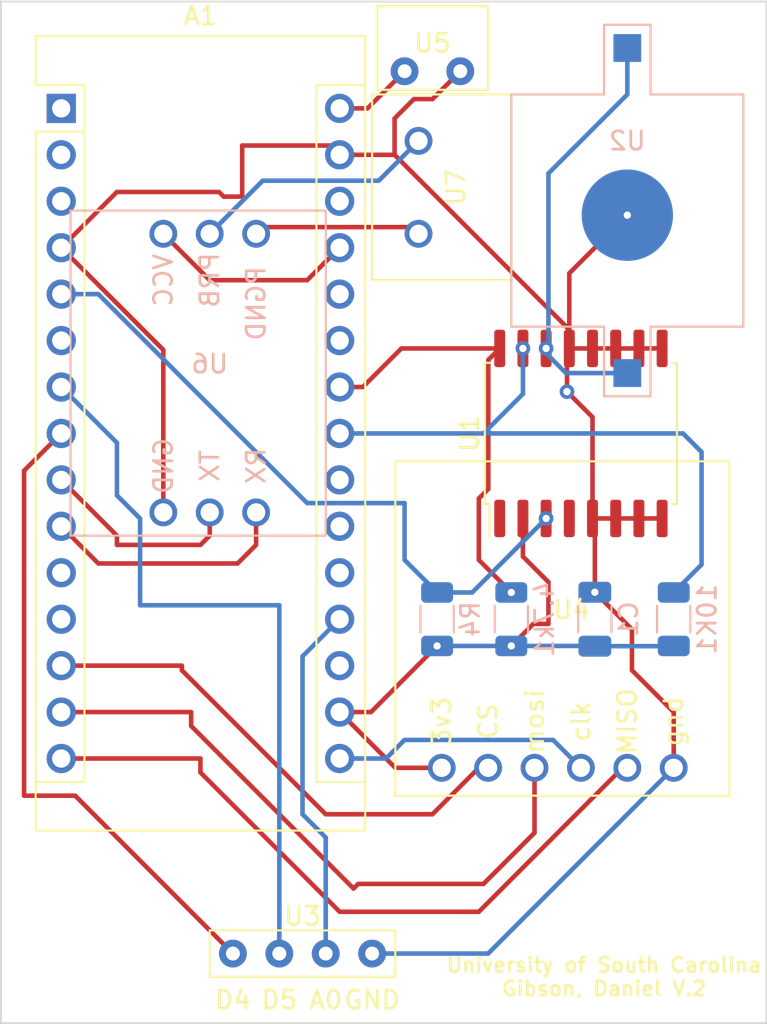
<source format=kicad_pcb>
(kicad_pcb (version 20171130) (host pcbnew "(5.1.10)-1")

  (general
    (thickness 1.6)
    (drawings 7)
    (tracks 149)
    (zones 0)
    (modules 12)
    (nets 35)
  )

  (page A4)
  (layers
    (0 F.Cu signal)
    (31 B.Cu signal)
    (32 B.Adhes user)
    (33 F.Adhes user)
    (34 B.Paste user)
    (35 F.Paste user)
    (36 B.SilkS user)
    (37 F.SilkS user)
    (38 B.Mask user)
    (39 F.Mask user)
    (40 Dwgs.User user)
    (41 Cmts.User user)
    (42 Eco1.User user)
    (43 Eco2.User user)
    (44 Edge.Cuts user)
    (45 Margin user)
    (46 B.CrtYd user)
    (47 F.CrtYd user)
    (48 B.Fab user)
    (49 F.Fab user)
  )

  (setup
    (last_trace_width 0.25)
    (trace_clearance 0.2)
    (zone_clearance 0.508)
    (zone_45_only no)
    (trace_min 0.2)
    (via_size 0.8)
    (via_drill 0.4)
    (via_min_size 0.4)
    (via_min_drill 0.3)
    (uvia_size 0.3)
    (uvia_drill 0.1)
    (uvias_allowed no)
    (uvia_min_size 0.2)
    (uvia_min_drill 0.1)
    (edge_width 0.1)
    (segment_width 0.2)
    (pcb_text_width 0.3)
    (pcb_text_size 1.5 1.5)
    (mod_edge_width 0.15)
    (mod_text_size 1 1)
    (mod_text_width 0.15)
    (pad_size 1.524 1.524)
    (pad_drill 0.762)
    (pad_to_mask_clearance 0)
    (aux_axis_origin 0 0)
    (visible_elements 7FFFFFFF)
    (pcbplotparams
      (layerselection 0x010fc_ffffffff)
      (usegerberextensions false)
      (usegerberattributes true)
      (usegerberadvancedattributes true)
      (creategerberjobfile true)
      (excludeedgelayer true)
      (linewidth 0.100000)
      (plotframeref false)
      (viasonmask false)
      (mode 1)
      (useauxorigin false)
      (hpglpennumber 1)
      (hpglpenspeed 20)
      (hpglpendiameter 15.000000)
      (psnegative false)
      (psa4output false)
      (plotreference true)
      (plotvalue true)
      (plotinvisibletext false)
      (padsonsilk false)
      (subtractmaskfromsilk false)
      (outputformat 1)
      (mirror false)
      (drillshape 0)
      (scaleselection 1)
      (outputdirectory ""))
  )

  (net 0 "")
  (net 1 "Net-(10K1-Pad2)")
  (net 2 "Net-(10K1-Pad1)")
  (net 3 "Net-(4.7k1-Pad2)")
  (net 4 "Net-(A1-Pad1)")
  (net 5 "Net-(A1-Pad2)")
  (net 6 "Net-(A1-Pad18)")
  (net 7 "Net-(A1-Pad3)")
  (net 8 "Net-(A1-Pad19)")
  (net 9 GND)
  (net 10 "Net-(A1-Pad20)")
  (net 11 "Net-(A1-Pad5)")
  (net 12 "Net-(A1-Pad21)")
  (net 13 "Net-(A1-Pad6)")
  (net 14 "Net-(A1-Pad22)")
  (net 15 "Net-(A1-Pad7)")
  (net 16 "Net-(A1-Pad8)")
  (net 17 "Net-(A1-Pad9)")
  (net 18 "Net-(A1-Pad25)")
  (net 19 "Net-(A1-Pad10)")
  (net 20 "Net-(A1-Pad26)")
  (net 21 "Net-(A1-Pad11)")
  (net 22 "Net-(A1-Pad27)")
  (net 23 "Net-(A1-Pad12)")
  (net 24 "Net-(A1-Pad28)")
  (net 25 "Net-(A1-Pad13)")
  (net 26 "Net-(A1-Pad14)")
  (net 27 "Net-(A1-Pad30)")
  (net 28 "Net-(A1-Pad15)")
  (net 29 "Net-(A1-Pad16)")
  (net 30 "Net-(U1-Pad1)")
  (net 31 "Net-(U1-Pad4)")
  (net 32 "Net-(U1-Pad14)")
  (net 33 "Net-(U6-Pad5)")
  (net 34 "Net-(U6-Pad6)")

  (net_class Default "This is the default net class."
    (clearance 0.2)
    (trace_width 0.25)
    (via_dia 0.8)
    (via_drill 0.4)
    (uvia_dia 0.3)
    (uvia_drill 0.1)
    (add_net GND)
    (add_net "Net-(10K1-Pad1)")
    (add_net "Net-(10K1-Pad2)")
    (add_net "Net-(4.7k1-Pad2)")
    (add_net "Net-(A1-Pad1)")
    (add_net "Net-(A1-Pad10)")
    (add_net "Net-(A1-Pad11)")
    (add_net "Net-(A1-Pad12)")
    (add_net "Net-(A1-Pad13)")
    (add_net "Net-(A1-Pad14)")
    (add_net "Net-(A1-Pad15)")
    (add_net "Net-(A1-Pad16)")
    (add_net "Net-(A1-Pad18)")
    (add_net "Net-(A1-Pad19)")
    (add_net "Net-(A1-Pad2)")
    (add_net "Net-(A1-Pad20)")
    (add_net "Net-(A1-Pad21)")
    (add_net "Net-(A1-Pad22)")
    (add_net "Net-(A1-Pad25)")
    (add_net "Net-(A1-Pad26)")
    (add_net "Net-(A1-Pad27)")
    (add_net "Net-(A1-Pad28)")
    (add_net "Net-(A1-Pad3)")
    (add_net "Net-(A1-Pad30)")
    (add_net "Net-(A1-Pad5)")
    (add_net "Net-(A1-Pad6)")
    (add_net "Net-(A1-Pad7)")
    (add_net "Net-(A1-Pad8)")
    (add_net "Net-(A1-Pad9)")
    (add_net "Net-(U1-Pad1)")
    (add_net "Net-(U1-Pad14)")
    (add_net "Net-(U1-Pad4)")
    (add_net "Net-(U6-Pad5)")
    (add_net "Net-(U6-Pad6)")
  )

  (module Module:Arduino_Nano (layer F.Cu) (tedit 58ACAF70) (tstamp 61675FDF)
    (at 90.932 57.912)
    (descr "Arduino Nano, http://www.mouser.com/pdfdocs/Gravitech_Arduino_Nano3_0.pdf")
    (tags "Arduino Nano")
    (path /611D9AC7)
    (fp_text reference A1 (at 7.62 -5.08) (layer F.SilkS)
      (effects (font (size 1 1) (thickness 0.15)))
    )
    (fp_text value Arduino_Nano_v3.x (at 8.89 19.05 90) (layer F.Fab)
      (effects (font (size 1 1) (thickness 0.15)))
    )
    (fp_line (start 16.75 42.16) (end -1.53 42.16) (layer F.CrtYd) (width 0.05))
    (fp_line (start 16.75 42.16) (end 16.75 -4.06) (layer F.CrtYd) (width 0.05))
    (fp_line (start -1.53 -4.06) (end -1.53 42.16) (layer F.CrtYd) (width 0.05))
    (fp_line (start -1.53 -4.06) (end 16.75 -4.06) (layer F.CrtYd) (width 0.05))
    (fp_line (start 16.51 -3.81) (end 16.51 39.37) (layer F.Fab) (width 0.1))
    (fp_line (start 0 -3.81) (end 16.51 -3.81) (layer F.Fab) (width 0.1))
    (fp_line (start -1.27 -2.54) (end 0 -3.81) (layer F.Fab) (width 0.1))
    (fp_line (start -1.27 39.37) (end -1.27 -2.54) (layer F.Fab) (width 0.1))
    (fp_line (start 16.51 39.37) (end -1.27 39.37) (layer F.Fab) (width 0.1))
    (fp_line (start 16.64 -3.94) (end -1.4 -3.94) (layer F.SilkS) (width 0.12))
    (fp_line (start 16.64 39.5) (end 16.64 -3.94) (layer F.SilkS) (width 0.12))
    (fp_line (start -1.4 39.5) (end 16.64 39.5) (layer F.SilkS) (width 0.12))
    (fp_line (start 3.81 41.91) (end 3.81 31.75) (layer F.Fab) (width 0.1))
    (fp_line (start 11.43 41.91) (end 3.81 41.91) (layer F.Fab) (width 0.1))
    (fp_line (start 11.43 31.75) (end 11.43 41.91) (layer F.Fab) (width 0.1))
    (fp_line (start 3.81 31.75) (end 11.43 31.75) (layer F.Fab) (width 0.1))
    (fp_line (start 1.27 36.83) (end -1.4 36.83) (layer F.SilkS) (width 0.12))
    (fp_line (start 1.27 1.27) (end 1.27 36.83) (layer F.SilkS) (width 0.12))
    (fp_line (start 1.27 1.27) (end -1.4 1.27) (layer F.SilkS) (width 0.12))
    (fp_line (start 13.97 36.83) (end 16.64 36.83) (layer F.SilkS) (width 0.12))
    (fp_line (start 13.97 -1.27) (end 13.97 36.83) (layer F.SilkS) (width 0.12))
    (fp_line (start 13.97 -1.27) (end 16.64 -1.27) (layer F.SilkS) (width 0.12))
    (fp_line (start -1.4 -3.94) (end -1.4 -1.27) (layer F.SilkS) (width 0.12))
    (fp_line (start -1.4 1.27) (end -1.4 39.5) (layer F.SilkS) (width 0.12))
    (fp_line (start 1.27 -1.27) (end -1.4 -1.27) (layer F.SilkS) (width 0.12))
    (fp_line (start 1.27 1.27) (end 1.27 -1.27) (layer F.SilkS) (width 0.12))
    (fp_text user %R (at 6.35 19.05 90) (layer F.Fab)
      (effects (font (size 1 1) (thickness 0.15)))
    )
    (pad 1 thru_hole rect (at 0 0) (size 1.6 1.6) (drill 1) (layers *.Cu *.Mask)
      (net 4 "Net-(A1-Pad1)"))
    (pad 17 thru_hole oval (at 15.24 33.02) (size 1.6 1.6) (drill 1) (layers *.Cu *.Mask)
      (net 2 "Net-(10K1-Pad1)"))
    (pad 2 thru_hole oval (at 0 2.54) (size 1.6 1.6) (drill 1) (layers *.Cu *.Mask)
      (net 5 "Net-(A1-Pad2)"))
    (pad 18 thru_hole oval (at 15.24 30.48) (size 1.6 1.6) (drill 1) (layers *.Cu *.Mask)
      (net 6 "Net-(A1-Pad18)"))
    (pad 3 thru_hole oval (at 0 5.08) (size 1.6 1.6) (drill 1) (layers *.Cu *.Mask)
      (net 7 "Net-(A1-Pad3)"))
    (pad 19 thru_hole oval (at 15.24 27.94) (size 1.6 1.6) (drill 1) (layers *.Cu *.Mask)
      (net 8 "Net-(A1-Pad19)"))
    (pad 4 thru_hole oval (at 0 7.62) (size 1.6 1.6) (drill 1) (layers *.Cu *.Mask)
      (net 9 GND))
    (pad 20 thru_hole oval (at 15.24 25.4) (size 1.6 1.6) (drill 1) (layers *.Cu *.Mask)
      (net 10 "Net-(A1-Pad20)"))
    (pad 5 thru_hole oval (at 0 10.16) (size 1.6 1.6) (drill 1) (layers *.Cu *.Mask)
      (net 11 "Net-(A1-Pad5)"))
    (pad 21 thru_hole oval (at 15.24 22.86) (size 1.6 1.6) (drill 1) (layers *.Cu *.Mask)
      (net 12 "Net-(A1-Pad21)"))
    (pad 6 thru_hole oval (at 0 12.7) (size 1.6 1.6) (drill 1) (layers *.Cu *.Mask)
      (net 13 "Net-(A1-Pad6)"))
    (pad 22 thru_hole oval (at 15.24 20.32) (size 1.6 1.6) (drill 1) (layers *.Cu *.Mask)
      (net 14 "Net-(A1-Pad22)"))
    (pad 7 thru_hole oval (at 0 15.24) (size 1.6 1.6) (drill 1) (layers *.Cu *.Mask)
      (net 15 "Net-(A1-Pad7)"))
    (pad 23 thru_hole oval (at 15.24 17.78) (size 1.6 1.6) (drill 1) (layers *.Cu *.Mask)
      (net 1 "Net-(10K1-Pad2)"))
    (pad 8 thru_hole oval (at 0 17.78) (size 1.6 1.6) (drill 1) (layers *.Cu *.Mask)
      (net 16 "Net-(A1-Pad8)"))
    (pad 24 thru_hole oval (at 15.24 15.24) (size 1.6 1.6) (drill 1) (layers *.Cu *.Mask)
      (net 3 "Net-(4.7k1-Pad2)"))
    (pad 9 thru_hole oval (at 0 20.32) (size 1.6 1.6) (drill 1) (layers *.Cu *.Mask)
      (net 17 "Net-(A1-Pad9)"))
    (pad 25 thru_hole oval (at 15.24 12.7) (size 1.6 1.6) (drill 1) (layers *.Cu *.Mask)
      (net 18 "Net-(A1-Pad25)"))
    (pad 10 thru_hole oval (at 0 22.86) (size 1.6 1.6) (drill 1) (layers *.Cu *.Mask)
      (net 19 "Net-(A1-Pad10)"))
    (pad 26 thru_hole oval (at 15.24 10.16) (size 1.6 1.6) (drill 1) (layers *.Cu *.Mask)
      (net 20 "Net-(A1-Pad26)"))
    (pad 11 thru_hole oval (at 0 25.4) (size 1.6 1.6) (drill 1) (layers *.Cu *.Mask)
      (net 21 "Net-(A1-Pad11)"))
    (pad 27 thru_hole oval (at 15.24 7.62) (size 1.6 1.6) (drill 1) (layers *.Cu *.Mask)
      (net 22 "Net-(A1-Pad27)"))
    (pad 12 thru_hole oval (at 0 27.94) (size 1.6 1.6) (drill 1) (layers *.Cu *.Mask)
      (net 23 "Net-(A1-Pad12)"))
    (pad 28 thru_hole oval (at 15.24 5.08) (size 1.6 1.6) (drill 1) (layers *.Cu *.Mask)
      (net 24 "Net-(A1-Pad28)"))
    (pad 13 thru_hole oval (at 0 30.48) (size 1.6 1.6) (drill 1) (layers *.Cu *.Mask)
      (net 25 "Net-(A1-Pad13)"))
    (pad 29 thru_hole oval (at 15.24 2.54) (size 1.6 1.6) (drill 1) (layers *.Cu *.Mask)
      (net 9 GND))
    (pad 14 thru_hole oval (at 0 33.02) (size 1.6 1.6) (drill 1) (layers *.Cu *.Mask)
      (net 26 "Net-(A1-Pad14)"))
    (pad 30 thru_hole oval (at 15.24 0) (size 1.6 1.6) (drill 1) (layers *.Cu *.Mask)
      (net 27 "Net-(A1-Pad30)"))
    (pad 15 thru_hole oval (at 0 35.56) (size 1.6 1.6) (drill 1) (layers *.Cu *.Mask)
      (net 28 "Net-(A1-Pad15)"))
    (pad 16 thru_hole oval (at 15.24 35.56) (size 1.6 1.6) (drill 1) (layers *.Cu *.Mask)
      (net 29 "Net-(A1-Pad16)"))
    (model ${KISYS3DMOD}/Module.3dshapes/Arduino_Nano_WithMountingHoles.wrl
      (at (xyz 0 0 0))
      (scale (xyz 1 1 1))
      (rotate (xyz 0 0 0))
    )
  )

  (module Water_sensor:CR1025 (layer B.Cu) (tedit 616D9881) (tstamp 616DF210)
    (at 121.92 57.15)
    (path /616763BC)
    (fp_text reference U2 (at 0 2.54) (layer B.SilkS)
      (effects (font (size 1 1) (thickness 0.15)) (justify mirror))
    )
    (fp_text value CR1025 (at 0 3.81) (layer B.Fab)
      (effects (font (size 1 1) (thickness 0.15)) (justify mirror))
    )
    (fp_line (start 1.27 12.7) (end 6.35 12.7) (layer B.SilkS) (width 0.12))
    (fp_line (start -6.35 12.7) (end -1.27 12.7) (layer B.SilkS) (width 0.12))
    (fp_line (start -1.27 16.51) (end -1.27 12.7) (layer B.SilkS) (width 0.12))
    (fp_line (start 1.27 16.51) (end -1.27 16.51) (layer B.SilkS) (width 0.12))
    (fp_line (start 1.27 12.7) (end 1.27 16.51) (layer B.SilkS) (width 0.12))
    (fp_line (start 1.27 0) (end 6.35 0) (layer B.SilkS) (width 0.12))
    (fp_line (start -6.35 0) (end -1.27 0) (layer B.SilkS) (width 0.12))
    (fp_line (start -1.27 -3.81) (end -1.27 0) (layer B.SilkS) (width 0.12))
    (fp_line (start 0 -3.81) (end -1.27 -3.81) (layer B.SilkS) (width 0.12))
    (fp_line (start 1.27 -3.81) (end 1.27 0) (layer B.SilkS) (width 0.12))
    (fp_line (start 0 -3.81) (end 1.27 -3.81) (layer B.SilkS) (width 0.12))
    (fp_line (start 6.35 12.7) (end 6.35 0) (layer B.SilkS) (width 0.12))
    (fp_line (start -6.35 0) (end -6.35 12.7) (layer B.SilkS) (width 0.12))
    (pad 1 smd rect (at 0 15.24) (size 1.524 1.524) (layers B.Cu B.Paste B.Mask)
      (net 32 "Net-(U1-Pad14)"))
    (pad 2 smd rect (at 0 -2.54) (size 1.524 1.524) (layers B.Cu B.Paste B.Mask)
      (net 32 "Net-(U1-Pad14)"))
    (pad 3 smd circle (at 0 6.604) (size 5 5) (layers B.Cu B.Paste B.Mask)
      (net 9 GND))
  )

  (module Resistor_SMD:R_1206_3216Metric (layer B.Cu) (tedit 5F68FEEE) (tstamp 61675F91)
    (at 124.46 85.852 90)
    (descr "Resistor SMD 1206 (3216 Metric), square (rectangular) end terminal, IPC_7351 nominal, (Body size source: IPC-SM-782 page 72, https://www.pcb-3d.com/wordpress/wp-content/uploads/ipc-sm-782a_amendment_1_and_2.pdf), generated with kicad-footprint-generator")
    (tags resistor)
    (path /611F2F92)
    (attr smd)
    (fp_text reference 10K1 (at 0 1.82 270) (layer B.SilkS)
      (effects (font (size 1 1) (thickness 0.15)) (justify mirror))
    )
    (fp_text value R (at 0 -1.82 270) (layer B.Fab)
      (effects (font (size 1 1) (thickness 0.15)) (justify mirror))
    )
    (fp_line (start 2.28 -1.12) (end -2.28 -1.12) (layer B.CrtYd) (width 0.05))
    (fp_line (start 2.28 1.12) (end 2.28 -1.12) (layer B.CrtYd) (width 0.05))
    (fp_line (start -2.28 1.12) (end 2.28 1.12) (layer B.CrtYd) (width 0.05))
    (fp_line (start -2.28 -1.12) (end -2.28 1.12) (layer B.CrtYd) (width 0.05))
    (fp_line (start -0.727064 -0.91) (end 0.727064 -0.91) (layer B.SilkS) (width 0.12))
    (fp_line (start -0.727064 0.91) (end 0.727064 0.91) (layer B.SilkS) (width 0.12))
    (fp_line (start 1.6 -0.8) (end -1.6 -0.8) (layer B.Fab) (width 0.1))
    (fp_line (start 1.6 0.8) (end 1.6 -0.8) (layer B.Fab) (width 0.1))
    (fp_line (start -1.6 0.8) (end 1.6 0.8) (layer B.Fab) (width 0.1))
    (fp_line (start -1.6 -0.8) (end -1.6 0.8) (layer B.Fab) (width 0.1))
    (fp_text user %R (at 0 0 270) (layer B.Fab)
      (effects (font (size 0.8 0.8) (thickness 0.12)) (justify mirror))
    )
    (pad 1 smd roundrect (at -1.4625 0 90) (size 1.125 1.75) (layers B.Cu B.Paste B.Mask) (roundrect_rratio 0.2222204444444444)
      (net 2 "Net-(10K1-Pad1)"))
    (pad 2 smd roundrect (at 1.4625 0 90) (size 1.125 1.75) (layers B.Cu B.Paste B.Mask) (roundrect_rratio 0.2222204444444444)
      (net 1 "Net-(10K1-Pad2)"))
    (model ${KISYS3DMOD}/Resistor_SMD.3dshapes/R_1206_3216Metric.wrl
      (at (xyz 0 0 0))
      (scale (xyz 1 1 1))
      (rotate (xyz 0 0 0))
    )
  )

  (module Resistor_SMD:R_1206_3216Metric (layer B.Cu) (tedit 5F68FEEE) (tstamp 61675FA2)
    (at 115.57 85.852 90)
    (descr "Resistor SMD 1206 (3216 Metric), square (rectangular) end terminal, IPC_7351 nominal, (Body size source: IPC-SM-782 page 72, https://www.pcb-3d.com/wordpress/wp-content/uploads/ipc-sm-782a_amendment_1_and_2.pdf), generated with kicad-footprint-generator")
    (tags resistor)
    (path /611F1A9A)
    (attr smd)
    (fp_text reference 4.7k1 (at 0 1.82 270) (layer B.SilkS)
      (effects (font (size 1 1) (thickness 0.15)) (justify mirror))
    )
    (fp_text value R (at 0 -1.82 270) (layer B.Fab)
      (effects (font (size 1 1) (thickness 0.15)) (justify mirror))
    )
    (fp_line (start 2.28 -1.12) (end -2.28 -1.12) (layer B.CrtYd) (width 0.05))
    (fp_line (start 2.28 1.12) (end 2.28 -1.12) (layer B.CrtYd) (width 0.05))
    (fp_line (start -2.28 1.12) (end 2.28 1.12) (layer B.CrtYd) (width 0.05))
    (fp_line (start -2.28 -1.12) (end -2.28 1.12) (layer B.CrtYd) (width 0.05))
    (fp_line (start -0.727064 -0.91) (end 0.727064 -0.91) (layer B.SilkS) (width 0.12))
    (fp_line (start -0.727064 0.91) (end 0.727064 0.91) (layer B.SilkS) (width 0.12))
    (fp_line (start 1.6 -0.8) (end -1.6 -0.8) (layer B.Fab) (width 0.1))
    (fp_line (start 1.6 0.8) (end 1.6 -0.8) (layer B.Fab) (width 0.1))
    (fp_line (start -1.6 0.8) (end 1.6 0.8) (layer B.Fab) (width 0.1))
    (fp_line (start -1.6 -0.8) (end -1.6 0.8) (layer B.Fab) (width 0.1))
    (fp_text user %R (at 0 0 270) (layer B.Fab)
      (effects (font (size 0.8 0.8) (thickness 0.12)) (justify mirror))
    )
    (pad 1 smd roundrect (at -1.4625 0 90) (size 1.125 1.75) (layers B.Cu B.Paste B.Mask) (roundrect_rratio 0.2222204444444444)
      (net 2 "Net-(10K1-Pad1)"))
    (pad 2 smd roundrect (at 1.4625 0 90) (size 1.125 1.75) (layers B.Cu B.Paste B.Mask) (roundrect_rratio 0.2222204444444444)
      (net 3 "Net-(4.7k1-Pad2)"))
    (model ${KISYS3DMOD}/Resistor_SMD.3dshapes/R_1206_3216Metric.wrl
      (at (xyz 0 0 0))
      (scale (xyz 1 1 1))
      (rotate (xyz 0 0 0))
    )
  )

  (module Capacitor_SMD:C_1206_3216Metric (layer B.Cu) (tedit 5F68FEEE) (tstamp 61675FF0)
    (at 120.142 85.852 90)
    (descr "Capacitor SMD 1206 (3216 Metric), square (rectangular) end terminal, IPC_7351 nominal, (Body size source: IPC-SM-782 page 76, https://www.pcb-3d.com/wordpress/wp-content/uploads/ipc-sm-782a_amendment_1_and_2.pdf), generated with kicad-footprint-generator")
    (tags capacitor)
    (path /6120FB5F)
    (attr smd)
    (fp_text reference C1 (at 0 1.85 270) (layer B.SilkS)
      (effects (font (size 1 1) (thickness 0.15)) (justify mirror))
    )
    (fp_text value C (at 0 -1.85 270) (layer B.Fab)
      (effects (font (size 1 1) (thickness 0.15)) (justify mirror))
    )
    (fp_line (start 2.3 -1.15) (end -2.3 -1.15) (layer B.CrtYd) (width 0.05))
    (fp_line (start 2.3 1.15) (end 2.3 -1.15) (layer B.CrtYd) (width 0.05))
    (fp_line (start -2.3 1.15) (end 2.3 1.15) (layer B.CrtYd) (width 0.05))
    (fp_line (start -2.3 -1.15) (end -2.3 1.15) (layer B.CrtYd) (width 0.05))
    (fp_line (start -0.711252 -0.91) (end 0.711252 -0.91) (layer B.SilkS) (width 0.12))
    (fp_line (start -0.711252 0.91) (end 0.711252 0.91) (layer B.SilkS) (width 0.12))
    (fp_line (start 1.6 -0.8) (end -1.6 -0.8) (layer B.Fab) (width 0.1))
    (fp_line (start 1.6 0.8) (end 1.6 -0.8) (layer B.Fab) (width 0.1))
    (fp_line (start -1.6 0.8) (end 1.6 0.8) (layer B.Fab) (width 0.1))
    (fp_line (start -1.6 -0.8) (end -1.6 0.8) (layer B.Fab) (width 0.1))
    (fp_text user %R (at 0 0 270) (layer B.Fab)
      (effects (font (size 0.8 0.8) (thickness 0.12)) (justify mirror))
    )
    (pad 1 smd roundrect (at -1.475 0 90) (size 1.15 1.8) (layers B.Cu B.Paste B.Mask) (roundrect_rratio 0.2173904347826087)
      (net 2 "Net-(10K1-Pad1)"))
    (pad 2 smd roundrect (at 1.475 0 90) (size 1.15 1.8) (layers B.Cu B.Paste B.Mask) (roundrect_rratio 0.2173904347826087)
      (net 9 GND))
    (model ${KISYS3DMOD}/Capacitor_SMD.3dshapes/C_1206_3216Metric.wrl
      (at (xyz 0 0 0))
      (scale (xyz 1 1 1))
      (rotate (xyz 0 0 0))
    )
  )

  (module Resistor_SMD:R_1206_3216Metric (layer B.Cu) (tedit 5F68FEEE) (tstamp 61676001)
    (at 111.506 85.852 90)
    (descr "Resistor SMD 1206 (3216 Metric), square (rectangular) end terminal, IPC_7351 nominal, (Body size source: IPC-SM-782 page 72, https://www.pcb-3d.com/wordpress/wp-content/uploads/ipc-sm-782a_amendment_1_and_2.pdf), generated with kicad-footprint-generator")
    (tags resistor)
    (path /612091F6)
    (attr smd)
    (fp_text reference R4 (at 0 1.82 270) (layer B.SilkS)
      (effects (font (size 1 1) (thickness 0.15)) (justify mirror))
    )
    (fp_text value 4.7K (at 0 -1.82 270) (layer B.Fab)
      (effects (font (size 1 1) (thickness 0.15)) (justify mirror))
    )
    (fp_line (start -1.6 -0.8) (end -1.6 0.8) (layer B.Fab) (width 0.1))
    (fp_line (start -1.6 0.8) (end 1.6 0.8) (layer B.Fab) (width 0.1))
    (fp_line (start 1.6 0.8) (end 1.6 -0.8) (layer B.Fab) (width 0.1))
    (fp_line (start 1.6 -0.8) (end -1.6 -0.8) (layer B.Fab) (width 0.1))
    (fp_line (start -0.727064 0.91) (end 0.727064 0.91) (layer B.SilkS) (width 0.12))
    (fp_line (start -0.727064 -0.91) (end 0.727064 -0.91) (layer B.SilkS) (width 0.12))
    (fp_line (start -2.28 -1.12) (end -2.28 1.12) (layer B.CrtYd) (width 0.05))
    (fp_line (start -2.28 1.12) (end 2.28 1.12) (layer B.CrtYd) (width 0.05))
    (fp_line (start 2.28 1.12) (end 2.28 -1.12) (layer B.CrtYd) (width 0.05))
    (fp_line (start 2.28 -1.12) (end -2.28 -1.12) (layer B.CrtYd) (width 0.05))
    (fp_text user %R (at 0 0 270) (layer B.Fab)
      (effects (font (size 0.8 0.8) (thickness 0.12)) (justify mirror))
    )
    (pad 2 smd roundrect (at 1.4625 0 90) (size 1.125 1.75) (layers B.Cu B.Paste B.Mask) (roundrect_rratio 0.2222204444444444)
      (net 11 "Net-(A1-Pad5)"))
    (pad 1 smd roundrect (at -1.4625 0 90) (size 1.125 1.75) (layers B.Cu B.Paste B.Mask) (roundrect_rratio 0.2222204444444444)
      (net 2 "Net-(10K1-Pad1)"))
    (model ${KISYS3DMOD}/Resistor_SMD.3dshapes/R_1206_3216Metric.wrl
      (at (xyz 0 0 0))
      (scale (xyz 1 1 1))
      (rotate (xyz 0 0 0))
    )
  )

  (module Package_SO:SOIC-16W_7.5x10.3mm_P1.27mm (layer F.Cu) (tedit 5D9F72B1) (tstamp 61676028)
    (at 119.38 75.692 90)
    (descr "SOIC, 16 Pin (JEDEC MS-013AA, https://www.analog.com/media/en/package-pcb-resources/package/pkg_pdf/soic_wide-rw/rw_16.pdf), generated with kicad-footprint-generator ipc_gullwing_generator.py")
    (tags "SOIC SO")
    (path /611DAA6B)
    (attr smd)
    (fp_text reference U1 (at 0 -6.1 90) (layer F.SilkS)
      (effects (font (size 1 1) (thickness 0.15)))
    )
    (fp_text value DS3231M (at 0 6.1 90) (layer F.Fab)
      (effects (font (size 1 1) (thickness 0.15)))
    )
    (fp_line (start 5.93 -5.4) (end -5.93 -5.4) (layer F.CrtYd) (width 0.05))
    (fp_line (start 5.93 5.4) (end 5.93 -5.4) (layer F.CrtYd) (width 0.05))
    (fp_line (start -5.93 5.4) (end 5.93 5.4) (layer F.CrtYd) (width 0.05))
    (fp_line (start -5.93 -5.4) (end -5.93 5.4) (layer F.CrtYd) (width 0.05))
    (fp_line (start -3.75 -4.15) (end -2.75 -5.15) (layer F.Fab) (width 0.1))
    (fp_line (start -3.75 5.15) (end -3.75 -4.15) (layer F.Fab) (width 0.1))
    (fp_line (start 3.75 5.15) (end -3.75 5.15) (layer F.Fab) (width 0.1))
    (fp_line (start 3.75 -5.15) (end 3.75 5.15) (layer F.Fab) (width 0.1))
    (fp_line (start -2.75 -5.15) (end 3.75 -5.15) (layer F.Fab) (width 0.1))
    (fp_line (start -3.86 -5.005) (end -5.675 -5.005) (layer F.SilkS) (width 0.12))
    (fp_line (start -3.86 -5.26) (end -3.86 -5.005) (layer F.SilkS) (width 0.12))
    (fp_line (start 0 -5.26) (end -3.86 -5.26) (layer F.SilkS) (width 0.12))
    (fp_line (start 3.86 -5.26) (end 3.86 -5.005) (layer F.SilkS) (width 0.12))
    (fp_line (start 0 -5.26) (end 3.86 -5.26) (layer F.SilkS) (width 0.12))
    (fp_line (start -3.86 5.26) (end -3.86 5.005) (layer F.SilkS) (width 0.12))
    (fp_line (start 0 5.26) (end -3.86 5.26) (layer F.SilkS) (width 0.12))
    (fp_line (start 3.86 5.26) (end 3.86 5.005) (layer F.SilkS) (width 0.12))
    (fp_line (start 0 5.26) (end 3.86 5.26) (layer F.SilkS) (width 0.12))
    (fp_text user %R (at 0 0 90) (layer F.Fab)
      (effects (font (size 1 1) (thickness 0.15)))
    )
    (pad 1 smd roundrect (at -4.65 -4.445 90) (size 2.05 0.6) (layers F.Cu F.Paste F.Mask) (roundrect_rratio 0.25)
      (net 30 "Net-(U1-Pad1)"))
    (pad 2 smd roundrect (at -4.65 -3.175 90) (size 2.05 0.6) (layers F.Cu F.Paste F.Mask) (roundrect_rratio 0.25)
      (net 2 "Net-(10K1-Pad1)"))
    (pad 3 smd roundrect (at -4.65 -1.905 90) (size 2.05 0.6) (layers F.Cu F.Paste F.Mask) (roundrect_rratio 0.25)
      (net 11 "Net-(A1-Pad5)"))
    (pad 4 smd roundrect (at -4.65 -0.635 90) (size 2.05 0.6) (layers F.Cu F.Paste F.Mask) (roundrect_rratio 0.25)
      (net 31 "Net-(U1-Pad4)"))
    (pad 5 smd roundrect (at -4.65 0.635 90) (size 2.05 0.6) (layers F.Cu F.Paste F.Mask) (roundrect_rratio 0.25)
      (net 9 GND))
    (pad 6 smd roundrect (at -4.65 1.905 90) (size 2.05 0.6) (layers F.Cu F.Paste F.Mask) (roundrect_rratio 0.25)
      (net 9 GND))
    (pad 7 smd roundrect (at -4.65 3.175 90) (size 2.05 0.6) (layers F.Cu F.Paste F.Mask) (roundrect_rratio 0.25)
      (net 9 GND))
    (pad 8 smd roundrect (at -4.65 4.445 90) (size 2.05 0.6) (layers F.Cu F.Paste F.Mask) (roundrect_rratio 0.25)
      (net 9 GND))
    (pad 9 smd roundrect (at 4.65 4.445 90) (size 2.05 0.6) (layers F.Cu F.Paste F.Mask) (roundrect_rratio 0.25)
      (net 9 GND))
    (pad 10 smd roundrect (at 4.65 3.175 90) (size 2.05 0.6) (layers F.Cu F.Paste F.Mask) (roundrect_rratio 0.25)
      (net 9 GND))
    (pad 11 smd roundrect (at 4.65 1.905 90) (size 2.05 0.6) (layers F.Cu F.Paste F.Mask) (roundrect_rratio 0.25)
      (net 9 GND))
    (pad 12 smd roundrect (at 4.65 0.635 90) (size 2.05 0.6) (layers F.Cu F.Paste F.Mask) (roundrect_rratio 0.25)
      (net 9 GND))
    (pad 13 smd roundrect (at 4.65 -0.635 90) (size 2.05 0.6) (layers F.Cu F.Paste F.Mask) (roundrect_rratio 0.25)
      (net 9 GND))
    (pad 14 smd roundrect (at 4.65 -1.905 90) (size 2.05 0.6) (layers F.Cu F.Paste F.Mask) (roundrect_rratio 0.25)
      (net 32 "Net-(U1-Pad14)"))
    (pad 15 smd roundrect (at 4.65 -3.175 90) (size 2.05 0.6) (layers F.Cu F.Paste F.Mask) (roundrect_rratio 0.25)
      (net 1 "Net-(10K1-Pad2)"))
    (pad 16 smd roundrect (at 4.65 -4.445 90) (size 2.05 0.6) (layers F.Cu F.Paste F.Mask) (roundrect_rratio 0.25)
      (net 3 "Net-(4.7k1-Pad2)"))
    (model ${KISYS3DMOD}/Package_SO.3dshapes/SOIC-16W_7.5x10.3mm_P1.27mm.wrl
      (at (xyz 0 0 0))
      (scale (xyz 1 1 1))
      (rotate (xyz 0 0 0))
    )
  )

  (module Water_sensor:MicroSD.V2 (layer F.Cu) (tedit 616603E3) (tstamp 61676060)
    (at 119.38 91.44)
    (path /61677C4C)
    (fp_text reference U4 (at -0.508 -6.104) (layer F.SilkS)
      (effects (font (size 1 1) (thickness 0.15)))
    )
    (fp_text value MicroSD.V2 (at -0.508 -7.104) (layer F.Fab)
      (effects (font (size 1 1) (thickness 0.15)))
    )
    (fp_line (start 8.128 4.064) (end -10.16 4.064) (layer F.SilkS) (width 0.12))
    (fp_line (start -10.16 -14.224) (end -10.16 4.064) (layer F.SilkS) (width 0.12))
    (fp_line (start -10.16 -14.224) (end 8.128 -14.224) (layer F.SilkS) (width 0.12))
    (fp_line (start 8.128 -14.224) (end 8.128 4.064) (layer F.SilkS) (width 0.12))
    (fp_text user 3v3 (at -7.62 0 90) (layer F.SilkS)
      (effects (font (size 1 1) (thickness 0.15)))
    )
    (fp_text user CS (at -5.08 0 90) (layer F.SilkS)
      (effects (font (size 1 1) (thickness 0.15)))
    )
    (fp_text user mosi (at -2.54 0 90) (layer F.SilkS)
      (effects (font (size 1 1) (thickness 0.15)))
    )
    (fp_text user clk (at 0 0 90) (layer F.SilkS)
      (effects (font (size 1 1) (thickness 0.15)))
    )
    (fp_text user MISO (at 2.54 0 90) (layer F.SilkS)
      (effects (font (size 1 1) (thickness 0.15)))
    )
    (fp_text user gnd (at 5.08 0 90) (layer F.SilkS)
      (effects (font (size 1 1) (thickness 0.15)))
    )
    (pad 1 thru_hole circle (at -7.62 2.54) (size 1.524 1.524) (drill 1) (layers *.Cu *.Mask)
      (net 2 "Net-(10K1-Pad1)"))
    (pad 2 thru_hole circle (at -5.08 2.54) (size 1.524 1.524) (drill 1) (layers *.Cu *.Mask)
      (net 25 "Net-(A1-Pad13)"))
    (pad 3 thru_hole circle (at -2.54 2.54) (size 1.524 1.524) (drill 1) (layers *.Cu *.Mask)
      (net 26 "Net-(A1-Pad14)"))
    (pad 4 thru_hole circle (at 0 2.54) (size 1.524 1.524) (drill 1) (layers *.Cu *.Mask)
      (net 29 "Net-(A1-Pad16)"))
    (pad 5 thru_hole circle (at 2.54 2.54) (size 1.524 1.524) (drill 1) (layers *.Cu *.Mask)
      (net 28 "Net-(A1-Pad15)"))
    (pad 6 thru_hole circle (at 5.08 2.54) (size 1.524 1.524) (drill 1) (layers *.Cu *.Mask)
      (net 9 GND))
  )

  (module Water_sensor:Rails (layer F.Cu) (tedit 6166F516) (tstamp 616769D4)
    (at 104.14 101.6)
    (path /61672436)
    (fp_text reference U3 (at 0 0.5) (layer F.SilkS)
      (effects (font (size 1 1) (thickness 0.15)))
    )
    (fp_text value Rails (at 0 -0.5) (layer F.Fab)
      (effects (font (size 1 1) (thickness 0.15)))
    )
    (fp_line (start -5.08 1.27) (end 5.08 1.27) (layer F.SilkS) (width 0.12))
    (fp_line (start 5.08 1.27) (end 5.08 3.81) (layer F.SilkS) (width 0.12))
    (fp_line (start 5.08 3.81) (end -5.08 3.81) (layer F.SilkS) (width 0.12))
    (fp_line (start -5.08 3.81) (end -5.08 1.27) (layer F.SilkS) (width 0.12))
    (fp_text user D4 (at -3.81 5.08) (layer F.SilkS)
      (effects (font (size 1 1) (thickness 0.15)))
    )
    (fp_text user D5 (at -1.27 5.08) (layer F.SilkS)
      (effects (font (size 1 1) (thickness 0.15)))
    )
    (fp_text user A0 (at 1.27 5.08) (layer F.SilkS)
      (effects (font (size 1 1) (thickness 0.15)))
    )
    (fp_text user GND (at 3.81 5.08) (layer F.SilkS)
      (effects (font (size 1 1) (thickness 0.15)))
    )
    (pad 1 thru_hole circle (at -3.81 2.54) (size 1.524 1.524) (drill 0.762) (layers *.Cu *.Mask)
      (net 16 "Net-(A1-Pad8)"))
    (pad 2 thru_hole circle (at -1.27 2.54) (size 1.524 1.524) (drill 0.762) (layers *.Cu *.Mask)
      (net 15 "Net-(A1-Pad7)"))
    (pad 3 thru_hole circle (at 1.27 2.54) (size 1.524 1.524) (drill 0.762) (layers *.Cu *.Mask)
      (net 8 "Net-(A1-Pad19)"))
    (pad 4 thru_hole circle (at 3.81 2.54) (size 1.524 1.524) (drill 0.762) (layers *.Cu *.Mask)
      (net 9 GND))
  )

  (module Water_sensor:Probe_rails (layer F.Cu) (tedit 6169F00B) (tstamp 616A4BD4)
    (at 113.03 62.23 270)
    (path /616B4324)
    (fp_text reference U7 (at 0 0.5 90) (layer F.SilkS)
      (effects (font (size 1 1) (thickness 0.15)))
    )
    (fp_text value Probe_slot (at 0 -0.5 90) (layer F.Fab)
      (effects (font (size 1 1) (thickness 0.15)))
    )
    (fp_line (start -5.08 -2.54) (end 5.08 -2.54) (layer F.SilkS) (width 0.12))
    (fp_line (start 5.08 -2.54) (end 5.08 5.08) (layer F.SilkS) (width 0.12))
    (fp_line (start 5.08 5.08) (end -5.08 5.08) (layer F.SilkS) (width 0.12))
    (fp_line (start -5.08 5.08) (end -5.08 -2.54) (layer F.SilkS) (width 0.12))
    (pad 1 thru_hole circle (at -2.54 2.54 270) (size 1.524 1.524) (drill 1) (layers *.Cu *.Mask)
      (net 33 "Net-(U6-Pad5)"))
    (pad 2 thru_hole circle (at 2.54 2.54 270) (size 1.524 1.524) (drill 1) (layers *.Cu *.Mask)
      (net 34 "Net-(U6-Pad6)"))
  )

  (module Water_sensor:pH_embedded (layer B.Cu) (tedit 6169F77C) (tstamp 616A5174)
    (at 99.06 67.31)
    (path /616A323C)
    (fp_text reference U6 (at 0 4.58) (layer B.SilkS)
      (effects (font (size 1 1) (thickness 0.15)) (justify mirror))
    )
    (fp_text value Ph_embedded (at 0 5.58) (layer B.Fab)
      (effects (font (size 1 1) (thickness 0.15)) (justify mirror))
    )
    (fp_line (start -7.62 -3.81) (end 6.35 -3.81) (layer B.SilkS) (width 0.12))
    (fp_line (start -7.62 13.97) (end -7.62 -3.81) (layer B.SilkS) (width 0.12))
    (fp_line (start 6.35 13.97) (end -7.62 13.97) (layer B.SilkS) (width 0.12))
    (fp_line (start 6.35 -3.81) (end 6.35 13.97) (layer B.SilkS) (width 0.12))
    (fp_text user GND (at -2.54 10.16 -90) (layer B.SilkS)
      (effects (font (size 1 1) (thickness 0.15)) (justify mirror))
    )
    (fp_text user TX (at 0 10.16 -90) (layer B.SilkS)
      (effects (font (size 1 1) (thickness 0.15)) (justify mirror))
    )
    (fp_text user RX (at 2.54 10.16 -90) (layer B.SilkS)
      (effects (font (size 1 1) (thickness 0.15)) (justify mirror))
    )
    (fp_text user VCC (at -2.54 0 -90) (layer B.SilkS)
      (effects (font (size 1 1) (thickness 0.15)) (justify mirror))
    )
    (fp_text user PRB (at 0 0 -90) (layer B.SilkS)
      (effects (font (size 1 1) (thickness 0.15)) (justify mirror))
    )
    (fp_text user PGND (at 2.54 1.27 -90) (layer B.SilkS)
      (effects (font (size 1 1) (thickness 0.15)) (justify mirror))
    )
    (pad 1 thru_hole circle (at -2.54 12.7) (size 1.524 1.524) (drill 1) (layers *.Cu *.Mask)
      (net 9 GND))
    (pad 2 thru_hole circle (at 0 12.7) (size 1.524 1.524) (drill 1) (layers *.Cu *.Mask)
      (net 17 "Net-(A1-Pad9)"))
    (pad 3 thru_hole circle (at 2.54 12.7) (size 1.524 1.524) (drill 1) (layers *.Cu *.Mask)
      (net 19 "Net-(A1-Pad10)"))
    (pad 4 thru_hole circle (at -2.54 -2.54) (size 1.524 1.524) (drill 1) (layers *.Cu *.Mask)
      (net 22 "Net-(A1-Pad27)"))
    (pad 5 thru_hole circle (at 0 -2.54) (size 1.524 1.524) (drill 1) (layers *.Cu *.Mask)
      (net 33 "Net-(U6-Pad5)"))
    (pad 6 thru_hole circle (at 2.54 -2.54) (size 1.524 1.524) (drill 1) (layers *.Cu *.Mask)
      (net 34 "Net-(U6-Pad6)"))
  )

  (module Water_sensor:battery (layer F.Cu) (tedit 616ED2AC) (tstamp 616F310D)
    (at 111.252 53.848)
    (path /6167414C)
    (fp_text reference U5 (at 0 0.5) (layer F.SilkS)
      (effects (font (size 1 1) (thickness 0.15)))
    )
    (fp_text value Battery (at 0 -0.5) (layer F.Fab)
      (effects (font (size 1 1) (thickness 0.15)))
    )
    (fp_line (start 3.048 3.048) (end 3.048 2.032) (layer F.SilkS) (width 0.12))
    (fp_line (start -3.048 3.048) (end 3.048 3.048) (layer F.SilkS) (width 0.12))
    (fp_line (start -3.048 2.032) (end -3.048 3.048) (layer F.SilkS) (width 0.12))
    (fp_line (start -3.048 2.032) (end -3.048 -1.524) (layer F.SilkS) (width 0.12))
    (fp_line (start 3.048 -1.524) (end 3.048 2.032) (layer F.SilkS) (width 0.12))
    (fp_line (start -3.048 -1.524) (end 3.048 -1.524) (layer F.SilkS) (width 0.12))
    (pad 2 thru_hole circle (at 1.524 2.032) (size 1.524 1.524) (drill 0.762) (layers *.Cu *.Mask)
      (net 9 GND))
    (pad 1 thru_hole circle (at -1.524 2.032) (size 1.524 1.524) (drill 0.762) (layers *.Cu *.Mask)
      (net 27 "Net-(A1-Pad30)"))
  )

  (gr_text "University of South Carolina\nGibson, Daniel V.2" (at 120.65 105.41) (layer F.SilkS)
    (effects (font (size 0.8 0.8) (thickness 0.15)))
  )
  (gr_line (start 87.63 52.07) (end 87.63 107.95) (layer Edge.Cuts) (width 0.1) (tstamp 616A4ECD))
  (gr_line (start 129.54 52.07) (end 129.54 71.12) (layer Edge.Cuts) (width 0.1) (tstamp 616A4EB4))
  (gr_line (start 87.63 52.07) (end 129.54 52.07) (layer Edge.Cuts) (width 0.1))
  (gr_line (start 129.54 107.95) (end 129.54 96.52) (layer Edge.Cuts) (width 0.1) (tstamp 616A4EB2))
  (gr_line (start 87.63 107.95) (end 129.54 107.95) (layer Edge.Cuts) (width 0.1))
  (gr_line (start 129.54 96.52) (end 129.54 71.12) (layer Edge.Cuts) (width 0.1))

  (segment (start 106.172 75.692) (end 114.046 75.692) (width 0.25) (layer B.Cu) (net 1))
  (via (at 116.205 71.042) (size 0.8) (drill 0.4) (layers F.Cu B.Cu) (net 1))
  (segment (start 116.205 73.533) (end 116.205 71.042) (width 0.25) (layer B.Cu) (net 1))
  (segment (start 114.046 75.692) (end 116.205 73.533) (width 0.25) (layer B.Cu) (net 1))
  (segment (start 114.046 75.692) (end 124.968 75.692) (width 0.25) (layer B.Cu) (net 1))
  (segment (start 124.968 75.692) (end 125.984 76.708) (width 0.25) (layer B.Cu) (net 1))
  (segment (start 125.984 82.8655) (end 124.46 84.3895) (width 0.25) (layer B.Cu) (net 1))
  (segment (start 125.984 76.708) (end 125.984 82.8655) (width 0.25) (layer B.Cu) (net 1))
  (segment (start 115.5085 87.376) (end 115.57 87.3145) (width 0.25) (layer B.Cu) (net 2))
  (segment (start 124.132 87.327) (end 124.1445 87.3145) (width 0.25) (layer B.Cu) (net 2))
  (segment (start 109.22 93.98) (end 106.172 90.932) (width 0.25) (layer F.Cu) (net 2))
  (segment (start 111.76 93.98) (end 109.22 93.98) (width 0.25) (layer F.Cu) (net 2))
  (via (at 111.506 87.3145) (size 0.8) (drill 0.4) (layers F.Cu B.Cu) (net 2))
  (segment (start 107.8885 90.932) (end 111.506 87.3145) (width 0.25) (layer F.Cu) (net 2))
  (segment (start 106.172 90.932) (end 107.8885 90.932) (width 0.25) (layer F.Cu) (net 2))
  (segment (start 111.506 87.3145) (end 115.57 87.3145) (width 0.25) (layer B.Cu) (net 2))
  (segment (start 120.1295 87.3145) (end 120.142 87.327) (width 0.25) (layer B.Cu) (net 2))
  (segment (start 115.57 87.3145) (end 120.1295 87.3145) (width 0.25) (layer B.Cu) (net 2))
  (segment (start 124.4475 87.327) (end 124.46 87.3145) (width 0.25) (layer B.Cu) (net 2))
  (segment (start 120.142 87.327) (end 124.4475 87.327) (width 0.25) (layer B.Cu) (net 2))
  (segment (start 116.205 80.342) (end 116.205 82.423) (width 0.25) (layer F.Cu) (net 2))
  (segment (start 116.205 82.423) (end 117.602 83.82) (width 0.25) (layer F.Cu) (net 2))
  (segment (start 117.602 83.82) (end 117.602 86.106) (width 0.25) (layer F.Cu) (net 2))
  (via (at 115.57 87.3145) (size 0.8) (drill 0.4) (layers F.Cu B.Cu) (net 2))
  (segment (start 116.7785 86.106) (end 115.57 87.3145) (width 0.25) (layer F.Cu) (net 2))
  (segment (start 117.602 86.106) (end 116.7785 86.106) (width 0.25) (layer F.Cu) (net 2))
  (segment (start 106.553 73.533) (end 106.172 73.152) (width 0.25) (layer B.Cu) (net 3))
  (segment (start 114.935 71.042) (end 109.552 71.042) (width 0.25) (layer F.Cu) (net 3))
  (segment (start 107.442 73.152) (end 106.172 73.152) (width 0.25) (layer F.Cu) (net 3))
  (segment (start 109.552 71.042) (end 107.442 73.152) (width 0.25) (layer F.Cu) (net 3))
  (segment (start 114.30999 71.66701) (end 114.30999 78.73001) (width 0.25) (layer F.Cu) (net 3))
  (segment (start 114.935 71.042) (end 114.30999 71.66701) (width 0.25) (layer F.Cu) (net 3))
  (segment (start 114.30999 78.73001) (end 113.792 79.248) (width 0.25) (layer F.Cu) (net 3))
  (via (at 115.57 84.3895) (size 0.8) (drill 0.4) (layers F.Cu B.Cu) (net 3))
  (segment (start 113.792 82.6115) (end 115.57 84.3895) (width 0.25) (layer F.Cu) (net 3))
  (segment (start 113.792 79.248) (end 113.792 82.6115) (width 0.25) (layer F.Cu) (net 3))
  (segment (start 106.172 85.852) (end 104.14 87.884) (width 0.25) (layer B.Cu) (net 8))
  (segment (start 105.41 104.14) (end 105.41 97.79) (width 0.25) (layer B.Cu) (net 8))
  (segment (start 105.41 97.79) (end 104.14 96.52) (width 0.25) (layer B.Cu) (net 8))
  (segment (start 104.14 96.52) (end 104.14 87.884) (width 0.25) (layer B.Cu) (net 8))
  (segment (start 100.838 59.944) (end 100.838 62.738) (width 0.25) (layer F.Cu) (net 9))
  (segment (start 100.838 62.738) (end 99.822 62.738) (width 0.25) (layer F.Cu) (net 9))
  (segment (start 99.822 62.738) (end 99.568 62.484) (width 0.25) (layer F.Cu) (net 9))
  (segment (start 93.98 62.484) (end 90.932 65.532) (width 0.25) (layer F.Cu) (net 9))
  (segment (start 124.46 93.98) (end 124.46 90.932) (width 0.25) (layer F.Cu) (net 9))
  (segment (start 124.46 90.932) (end 122.174 88.646) (width 0.25) (layer F.Cu) (net 9))
  (via (at 120.142 84.377) (size 0.8) (drill 0.4) (layers F.Cu B.Cu) (net 9))
  (segment (start 122.174 86.409) (end 120.142 84.377) (width 0.25) (layer F.Cu) (net 9))
  (segment (start 122.174 88.646) (end 122.174 86.409) (width 0.25) (layer F.Cu) (net 9))
  (segment (start 120.142 80.469) (end 120.015 80.342) (width 0.25) (layer F.Cu) (net 9))
  (segment (start 118.618 71.169) (end 118.745 71.042) (width 0.25) (layer F.Cu) (net 9))
  (segment (start 118.745 71.042) (end 118.745 70.017) (width 0.25) (layer F.Cu) (net 9))
  (segment (start 114.3 104.14) (end 124.46 93.98) (width 0.25) (layer B.Cu) (net 9))
  (segment (start 107.95 104.14) (end 114.3 104.14) (width 0.25) (layer B.Cu) (net 9))
  (segment (start 99.568 62.484) (end 93.98 62.484) (width 0.25) (layer F.Cu) (net 9))
  (segment (start 96.52 71.12) (end 90.932 65.532) (width 0.25) (layer F.Cu) (net 9))
  (segment (start 96.52 80.01) (end 96.52 71.12) (width 0.25) (layer F.Cu) (net 9))
  (via (at 121.92 63.754) (size 0.8) (drill 0.4) (layers F.Cu B.Cu) (net 9))
  (segment (start 120.142 84.377) (end 120.142 80.469) (width 0.25) (layer F.Cu) (net 9))
  (segment (start 122.555 80.342) (end 123.825 80.342) (width 0.25) (layer F.Cu) (net 9))
  (segment (start 121.285 80.342) (end 122.555 80.342) (width 0.25) (layer F.Cu) (net 9))
  (segment (start 120.015 80.342) (end 121.285 80.342) (width 0.25) (layer F.Cu) (net 9))
  (segment (start 120.015 80.342) (end 120.015 74.803) (width 0.25) (layer F.Cu) (net 9))
  (segment (start 120.015 74.803) (end 118.618 73.406) (width 0.25) (layer F.Cu) (net 9))
  (via (at 118.618 73.406) (size 0.8) (drill 0.4) (layers F.Cu B.Cu) (net 9))
  (segment (start 118.618 73.406) (end 118.618 71.169) (width 0.25) (layer F.Cu) (net 9))
  (segment (start 122.555 71.042) (end 123.825 71.042) (width 0.25) (layer F.Cu) (net 9))
  (segment (start 121.285 71.042) (end 122.555 71.042) (width 0.25) (layer F.Cu) (net 9))
  (segment (start 120.015 71.042) (end 121.285 71.042) (width 0.25) (layer F.Cu) (net 9))
  (segment (start 118.745 71.042) (end 120.015 71.042) (width 0.25) (layer F.Cu) (net 9))
  (segment (start 118.745 71.042) (end 118.745 66.929) (width 0.25) (layer F.Cu) (net 9))
  (segment (start 118.745 66.929) (end 121.92 63.754) (width 0.25) (layer F.Cu) (net 9))
  (segment (start 118.745 70.017) (end 109.18 60.452) (width 0.25) (layer F.Cu) (net 9))
  (segment (start 105.664 59.944) (end 106.172 60.452) (width 0.25) (layer F.Cu) (net 9))
  (segment (start 100.838 59.944) (end 105.664 59.944) (width 0.25) (layer F.Cu) (net 9))
  (segment (start 106.172 60.452) (end 109.18 60.452) (width 0.25) (layer F.Cu) (net 9))
  (segment (start 109.18 60.452) (end 109.18 58.46) (width 0.25) (layer F.Cu) (net 9))
  (segment (start 109.18 58.46) (end 110.236 57.404) (width 0.25) (layer F.Cu) (net 9))
  (segment (start 111.252 57.404) (end 112.776 55.88) (width 0.25) (layer F.Cu) (net 9))
  (segment (start 110.236 57.404) (end 111.252 57.404) (width 0.25) (layer F.Cu) (net 9))
  (segment (start 92.964 68.072) (end 90.932 68.072) (width 0.25) (layer B.Cu) (net 11))
  (segment (start 104.394 79.502) (end 92.964 68.072) (width 0.25) (layer B.Cu) (net 11))
  (segment (start 104.394 79.502) (end 109.728 79.502) (width 0.25) (layer B.Cu) (net 11))
  (segment (start 109.728 82.6115) (end 111.506 84.3895) (width 0.25) (layer B.Cu) (net 11))
  (segment (start 109.728 79.502) (end 109.728 82.6115) (width 0.25) (layer B.Cu) (net 11))
  (via (at 117.475 80.342) (size 0.8) (drill 0.4) (layers F.Cu B.Cu) (net 11))
  (segment (start 113.4275 84.3895) (end 117.475 80.342) (width 0.25) (layer B.Cu) (net 11))
  (segment (start 111.506 84.3895) (end 113.4275 84.3895) (width 0.25) (layer B.Cu) (net 11))
  (segment (start 102.87 85.09) (end 102.87 104.14) (width 0.25) (layer B.Cu) (net 15))
  (segment (start 90.932 73.152) (end 93.98 76.2) (width 0.25) (layer B.Cu) (net 15))
  (segment (start 93.98 79.078762) (end 95.25 80.348762) (width 0.25) (layer B.Cu) (net 15))
  (segment (start 93.98 76.2) (end 93.98 79.078762) (width 0.25) (layer B.Cu) (net 15))
  (segment (start 95.25 80.348762) (end 95.25 85.09) (width 0.25) (layer B.Cu) (net 15))
  (segment (start 95.25 85.09) (end 102.87 85.09) (width 0.25) (layer B.Cu) (net 15))
  (segment (start 88.9 77.724) (end 88.9 95.504) (width 0.25) (layer F.Cu) (net 16))
  (segment (start 90.932 75.692) (end 88.9 77.724) (width 0.25) (layer F.Cu) (net 16))
  (segment (start 91.694 95.504) (end 100.33 104.14) (width 0.25) (layer F.Cu) (net 16))
  (segment (start 88.9 95.504) (end 91.694 95.504) (width 0.25) (layer F.Cu) (net 16))
  (segment (start 99.06 80.01) (end 99.06 81.28) (width 0.25) (layer F.Cu) (net 17))
  (segment (start 99.06 81.28) (end 98.552 81.788) (width 0.25) (layer F.Cu) (net 17))
  (segment (start 98.552 81.788) (end 93.98 81.788) (width 0.25) (layer F.Cu) (net 17))
  (segment (start 93.98 81.28) (end 90.932 78.232) (width 0.25) (layer F.Cu) (net 17))
  (segment (start 93.98 81.788) (end 93.98 81.28) (width 0.25) (layer F.Cu) (net 17))
  (segment (start 92.964 82.804) (end 90.932 80.772) (width 0.25) (layer F.Cu) (net 19))
  (segment (start 100.584 82.804) (end 92.964 82.804) (width 0.25) (layer F.Cu) (net 19))
  (segment (start 101.6 81.788) (end 100.584 82.804) (width 0.25) (layer F.Cu) (net 19))
  (segment (start 101.6 80.01) (end 101.6 81.788) (width 0.25) (layer F.Cu) (net 19))
  (segment (start 96.52 64.77) (end 99.06 67.31) (width 0.25) (layer F.Cu) (net 22))
  (segment (start 104.394 67.31) (end 106.172 65.532) (width 0.25) (layer F.Cu) (net 22))
  (segment (start 99.06 67.31) (end 104.394 67.31) (width 0.25) (layer F.Cu) (net 22))
  (segment (start 113.792 93.98) (end 114.3 93.98) (width 0.25) (layer F.Cu) (net 25))
  (segment (start 111.252 96.52) (end 113.792 93.98) (width 0.25) (layer F.Cu) (net 25))
  (segment (start 105.41 96.52) (end 111.252 96.52) (width 0.25) (layer F.Cu) (net 25))
  (segment (start 97.536 88.646) (end 105.41 96.52) (width 0.25) (layer F.Cu) (net 25))
  (segment (start 97.536 88.392) (end 97.536 88.646) (width 0.25) (layer F.Cu) (net 25))
  (segment (start 90.932 88.392) (end 97.536 88.392) (width 0.25) (layer F.Cu) (net 25))
  (segment (start 116.84 97.536) (end 116.84 93.98) (width 0.25) (layer F.Cu) (net 26))
  (segment (start 114.046 100.33) (end 116.84 97.536) (width 0.25) (layer F.Cu) (net 26))
  (segment (start 106.934 100.584) (end 107.188 100.33) (width 0.25) (layer F.Cu) (net 26))
  (segment (start 98.044 91.694) (end 106.934 100.584) (width 0.25) (layer F.Cu) (net 26))
  (segment (start 107.188 100.33) (end 114.046 100.33) (width 0.25) (layer F.Cu) (net 26))
  (segment (start 98.044 90.932) (end 98.044 91.694) (width 0.25) (layer F.Cu) (net 26))
  (segment (start 90.932 90.932) (end 98.044 90.932) (width 0.25) (layer F.Cu) (net 26))
  (segment (start 107.696 57.912) (end 109.728 55.88) (width 0.25) (layer F.Cu) (net 27))
  (segment (start 106.172 57.912) (end 107.696 57.912) (width 0.25) (layer F.Cu) (net 27))
  (segment (start 98.552 93.472) (end 90.932 93.472) (width 0.25) (layer F.Cu) (net 28))
  (segment (start 98.552 93.472) (end 98.552 94.234) (width 0.25) (layer F.Cu) (net 28))
  (segment (start 98.552 94.234) (end 106.172 101.854) (width 0.25) (layer F.Cu) (net 28))
  (segment (start 106.172 101.854) (end 113.792 101.854) (width 0.25) (layer F.Cu) (net 28))
  (segment (start 121.666 93.98) (end 121.92 93.98) (width 0.25) (layer F.Cu) (net 28))
  (segment (start 113.792 101.854) (end 121.666 93.98) (width 0.25) (layer F.Cu) (net 28))
  (segment (start 106.172 93.472) (end 108.712 93.472) (width 0.25) (layer B.Cu) (net 29))
  (segment (start 108.712 93.472) (end 109.728 92.456) (width 0.25) (layer B.Cu) (net 29))
  (segment (start 117.856 92.456) (end 119.38 93.98) (width 0.25) (layer B.Cu) (net 29))
  (segment (start 109.728 92.456) (end 117.856 92.456) (width 0.25) (layer B.Cu) (net 29))
  (via (at 117.475 71.042) (size 0.8) (drill 0.4) (layers F.Cu B.Cu) (net 32))
  (segment (start 117.475 71.304002) (end 117.475 71.042) (width 0.25) (layer B.Cu) (net 32))
  (segment (start 118.560998 72.39) (end 117.475 71.304002) (width 0.25) (layer B.Cu) (net 32))
  (segment (start 121.92 72.39) (end 118.560998 72.39) (width 0.25) (layer B.Cu) (net 32))
  (segment (start 121.92 57.15) (end 121.92 54.61) (width 0.25) (layer B.Cu) (net 32))
  (segment (start 117.602 61.468) (end 121.92 57.15) (width 0.25) (layer B.Cu) (net 32))
  (segment (start 117.602 70.915) (end 117.602 61.468) (width 0.25) (layer B.Cu) (net 32))
  (segment (start 117.475 71.042) (end 117.602 70.915) (width 0.25) (layer B.Cu) (net 32))
  (segment (start 108.313001 61.866999) (end 110.49 59.69) (width 0.25) (layer B.Cu) (net 33))
  (segment (start 101.963001 61.866999) (end 108.313001 61.866999) (width 0.25) (layer B.Cu) (net 33))
  (segment (start 99.06 64.77) (end 101.963001 61.866999) (width 0.25) (layer B.Cu) (net 33))
  (segment (start 110.126999 64.406999) (end 110.49 64.77) (width 0.25) (layer F.Cu) (net 34))
  (segment (start 101.963001 64.406999) (end 110.126999 64.406999) (width 0.25) (layer F.Cu) (net 34))
  (segment (start 101.6 64.77) (end 101.963001 64.406999) (width 0.25) (layer F.Cu) (net 34))

)

</source>
